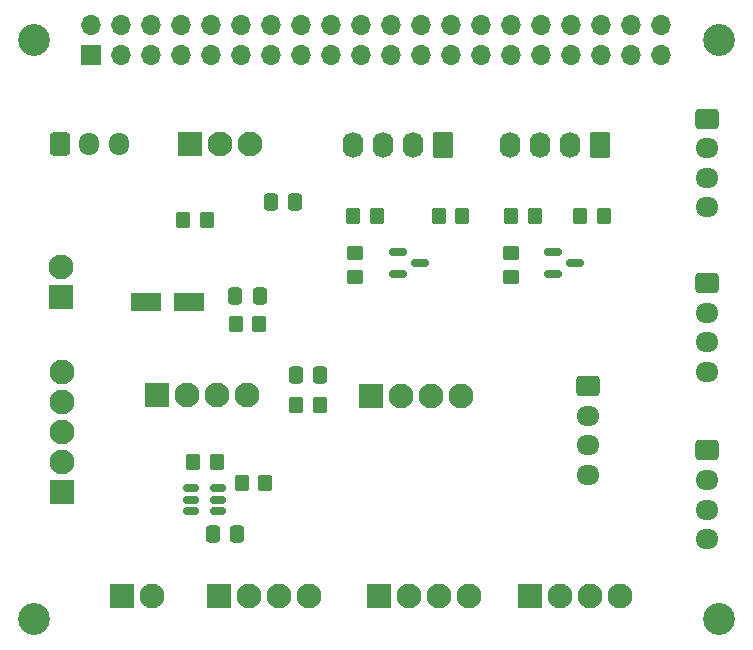
<source format=gts>
%TF.GenerationSoftware,KiCad,Pcbnew,(6.0.2)*%
%TF.CreationDate,2022-03-23T10:00:19+00:00*%
%TF.ProjectId,pi_transceiver_hat,70695f74-7261-46e7-9363-65697665725f,1*%
%TF.SameCoordinates,Original*%
%TF.FileFunction,Soldermask,Top*%
%TF.FilePolarity,Negative*%
%FSLAX46Y46*%
G04 Gerber Fmt 4.6, Leading zero omitted, Abs format (unit mm)*
G04 Created by KiCad (PCBNEW (6.0.2)) date 2022-03-23 10:00:19*
%MOMM*%
%LPD*%
G01*
G04 APERTURE LIST*
G04 Aperture macros list*
%AMRoundRect*
0 Rectangle with rounded corners*
0 $1 Rounding radius*
0 $2 $3 $4 $5 $6 $7 $8 $9 X,Y pos of 4 corners*
0 Add a 4 corners polygon primitive as box body*
4,1,4,$2,$3,$4,$5,$6,$7,$8,$9,$2,$3,0*
0 Add four circle primitives for the rounded corners*
1,1,$1+$1,$2,$3*
1,1,$1+$1,$4,$5*
1,1,$1+$1,$6,$7*
1,1,$1+$1,$8,$9*
0 Add four rect primitives between the rounded corners*
20,1,$1+$1,$2,$3,$4,$5,0*
20,1,$1+$1,$4,$5,$6,$7,0*
20,1,$1+$1,$6,$7,$8,$9,0*
20,1,$1+$1,$8,$9,$2,$3,0*%
G04 Aperture macros list end*
%ADD10C,2.700000*%
%ADD11RoundRect,0.250000X0.350000X0.450000X-0.350000X0.450000X-0.350000X-0.450000X0.350000X-0.450000X0*%
%ADD12RoundRect,0.250000X-0.337500X-0.475000X0.337500X-0.475000X0.337500X0.475000X-0.337500X0.475000X0*%
%ADD13RoundRect,0.250000X-0.725000X0.600000X-0.725000X-0.600000X0.725000X-0.600000X0.725000X0.600000X0*%
%ADD14O,1.950000X1.700000*%
%ADD15R,2.100000X2.100000*%
%ADD16C,2.100000*%
%ADD17RoundRect,0.150000X-0.587500X-0.150000X0.587500X-0.150000X0.587500X0.150000X-0.587500X0.150000X0*%
%ADD18RoundRect,0.250000X-1.050000X-0.550000X1.050000X-0.550000X1.050000X0.550000X-1.050000X0.550000X0*%
%ADD19RoundRect,0.250000X0.620000X0.845000X-0.620000X0.845000X-0.620000X-0.845000X0.620000X-0.845000X0*%
%ADD20O,1.740000X2.190000*%
%ADD21RoundRect,0.250000X0.337500X0.475000X-0.337500X0.475000X-0.337500X-0.475000X0.337500X-0.475000X0*%
%ADD22RoundRect,0.250000X-0.600000X-0.725000X0.600000X-0.725000X0.600000X0.725000X-0.600000X0.725000X0*%
%ADD23O,1.700000X1.950000*%
%ADD24RoundRect,0.250000X0.450000X-0.350000X0.450000X0.350000X-0.450000X0.350000X-0.450000X-0.350000X0*%
%ADD25RoundRect,0.150000X-0.512500X-0.150000X0.512500X-0.150000X0.512500X0.150000X-0.512500X0.150000X0*%
%ADD26RoundRect,0.250000X-0.350000X-0.450000X0.350000X-0.450000X0.350000X0.450000X-0.350000X0.450000X0*%
%ADD27R,1.700000X1.700000*%
%ADD28O,1.700000X1.700000*%
G04 APERTURE END LIST*
D10*
X166000000Y-74250000D03*
X166000000Y-123250000D03*
X108000000Y-123250000D03*
X108000000Y-74250000D03*
D11*
X132216400Y-105156000D03*
X130216400Y-105156000D03*
D12*
X128045300Y-87985600D03*
X130120300Y-87985600D03*
D13*
X154906200Y-103590400D03*
D14*
X154906200Y-106090400D03*
X154906200Y-108590400D03*
X154906200Y-111090400D03*
D15*
X150007400Y-121310400D03*
D16*
X152547400Y-121310400D03*
X155087400Y-121310400D03*
X157627400Y-121310400D03*
D17*
X138813300Y-92217200D03*
X138813300Y-94117200D03*
X140688300Y-93167200D03*
D11*
X150402800Y-89204800D03*
X148402800Y-89204800D03*
D15*
X118409800Y-104292400D03*
D16*
X120949800Y-104292400D03*
X123489800Y-104292400D03*
X126029800Y-104292400D03*
D11*
X137042400Y-89204800D03*
X135042400Y-89204800D03*
D15*
X123642200Y-121361200D03*
D16*
X126182200Y-121361200D03*
X128722200Y-121361200D03*
X131262200Y-121361200D03*
D11*
X144272000Y-89204800D03*
X142272000Y-89204800D03*
X127593600Y-111760000D03*
X125593600Y-111760000D03*
D13*
X164998400Y-109016800D03*
D14*
X164998400Y-111516800D03*
X164998400Y-114016800D03*
X164998400Y-116516800D03*
D18*
X117529200Y-96469200D03*
X121129200Y-96469200D03*
D15*
X137205800Y-121361200D03*
D16*
X139745800Y-121361200D03*
X142285800Y-121361200D03*
X144825800Y-121361200D03*
D12*
X130178900Y-102666800D03*
X132253900Y-102666800D03*
D19*
X142646400Y-83139600D03*
D20*
X140106400Y-83139600D03*
X137566400Y-83139600D03*
X135026400Y-83139600D03*
D21*
X127123100Y-95961200D03*
X125048100Y-95961200D03*
D22*
X110174400Y-83041000D03*
D23*
X112674400Y-83041000D03*
X115174400Y-83041000D03*
D15*
X110388400Y-112522000D03*
D16*
X110388400Y-109982000D03*
X110388400Y-107442000D03*
X110388400Y-104902000D03*
X110388400Y-102362000D03*
D11*
X123478800Y-110032800D03*
X121478800Y-110032800D03*
D15*
X110337600Y-96062800D03*
D16*
X110337600Y-93522800D03*
D15*
X115468400Y-121361200D03*
D16*
X118008400Y-121361200D03*
D15*
X121259600Y-83108800D03*
D16*
X123799600Y-83108800D03*
X126339600Y-83108800D03*
D17*
X151919700Y-92217200D03*
X151919700Y-94117200D03*
X153794700Y-93167200D03*
D12*
X123147000Y-116078000D03*
X125222000Y-116078000D03*
D11*
X156244800Y-89204800D03*
X154244800Y-89204800D03*
D19*
X155956000Y-83139600D03*
D20*
X153416000Y-83139600D03*
X150876000Y-83139600D03*
X148336000Y-83139600D03*
D11*
X122666000Y-89509600D03*
X120666000Y-89509600D03*
D24*
X135229600Y-94317200D03*
X135229600Y-92317200D03*
D15*
X136545400Y-104394000D03*
D16*
X139085400Y-104394000D03*
X141625400Y-104394000D03*
X144165400Y-104394000D03*
D24*
X148386800Y-94317200D03*
X148386800Y-92317200D03*
D25*
X121290500Y-112232400D03*
X121290500Y-113182400D03*
X121290500Y-114132400D03*
X123565500Y-114132400D03*
X123565500Y-113182400D03*
X123565500Y-112232400D03*
D13*
X164998400Y-94843600D03*
D14*
X164998400Y-97343600D03*
X164998400Y-99843600D03*
X164998400Y-102343600D03*
D13*
X164998400Y-80924400D03*
D14*
X164998400Y-83424400D03*
X164998400Y-85924400D03*
X164998400Y-88424400D03*
D26*
X125101600Y-98348800D03*
X127101600Y-98348800D03*
D27*
X112800000Y-75550000D03*
D28*
X112800000Y-73010000D03*
X115340000Y-75550000D03*
X115340000Y-73010000D03*
X117880000Y-75550000D03*
X117880000Y-73010000D03*
X120420000Y-75550000D03*
X120420000Y-73010000D03*
X122960000Y-75550000D03*
X122960000Y-73010000D03*
X125500000Y-75550000D03*
X125500000Y-73010000D03*
X128040000Y-75550000D03*
X128040000Y-73010000D03*
X130580000Y-75550000D03*
X130580000Y-73010000D03*
X133120000Y-75550000D03*
X133120000Y-73010000D03*
X135660000Y-75550000D03*
X135660000Y-73010000D03*
X138200000Y-75550000D03*
X138200000Y-73010000D03*
X140740000Y-75550000D03*
X140740000Y-73010000D03*
X143280000Y-75550000D03*
X143280000Y-73010000D03*
X145820000Y-75550000D03*
X145820000Y-73010000D03*
X148360000Y-75550000D03*
X148360000Y-73010000D03*
X150900000Y-75550000D03*
X150900000Y-73010000D03*
X153440000Y-75550000D03*
X153440000Y-73010000D03*
X155980000Y-75550000D03*
X155980000Y-73010000D03*
X158520000Y-75550000D03*
X158520000Y-73010000D03*
X161060000Y-75550000D03*
X161060000Y-73010000D03*
M02*

</source>
